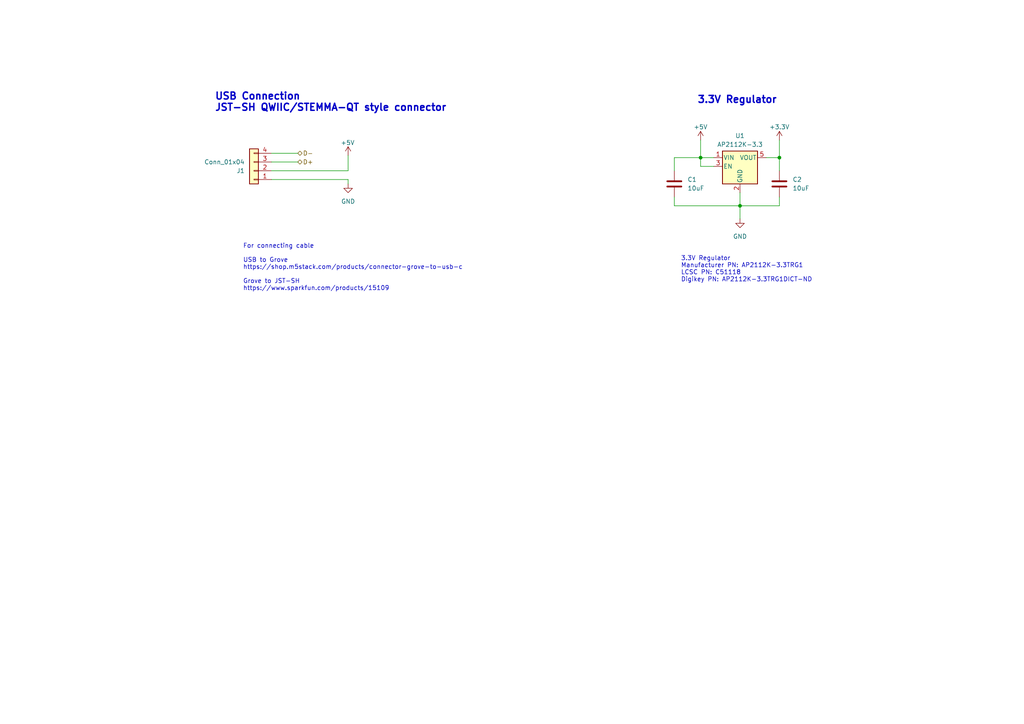
<source format=kicad_sch>
(kicad_sch (version 20250114) (generator "eeschema") (generator_version "9.0")
  (paper "A4")
  (lib_symbols
    (symbol "Connector_Generic:Conn_01x04" (pin_names (offset 1.016) (hide yes))
      (property "Reference" "J" (at 0 5.08 0))
      (property "Value" "Conn_01x04" (at 0 -7.62 0))
      (symbol "Conn_01x04_1_1"
        (rectangle (start -1.27 3.81) (end 1.27 -6.35) (stroke (width 0.254)) (fill (type background)))
        (rectangle (start -1.27 2.667) (end 0 2.413) (stroke (width 0.1524)))
        (rectangle (start -1.27 0.127) (end 0 -0.127) (stroke (width 0.1524)))
        (rectangle (start -1.27 -2.413) (end 0 -2.667) (stroke (width 0.1524)))
        (rectangle (start -1.27 -4.953) (end 0 -5.207) (stroke (width 0.1524)))
        (pin passive line (at -5.08 2.54 0) (length 3.81) (name "Pin_1") (number "1"))
        (pin passive line (at -5.08 0 0) (length 3.81) (name "Pin_2") (number "2"))
        (pin passive line (at -5.08 -2.54 0) (length 3.81) (name "Pin_3") (number "3"))
        (pin passive line (at -5.08 -5.08 0) (length 3.81) (name "Pin_4") (number "4"))
      )
    )
    (symbol "Device:C" (pin_numbers (hide yes)) (pin_names (offset 0.254))
      (property "Reference" "C" (at 0.635 2.54 0))
      (property "Value" "C" (at 0.635 -2.54 0))
      (symbol "C_0_1"
        (polyline (pts (xy -2.032 0.762) (xy 2.032 0.762)) (stroke (width 0.508)))
        (polyline (pts (xy -2.032 -0.762) (xy 2.032 -0.762)) (stroke (width 0.508)))
      )
      (symbol "C_1_1"
        (pin passive line (at 0 3.81 270) (length 2.794) (name "~") (number "1"))
        (pin passive line (at 0 -3.81 90) (length 2.794) (name "~") (number "2"))
      )
    )
    (symbol "Regulator_Linear:AP2112K-3.3" (pin_names (offset 0.254))
      (property "Reference" "U" (at -5.08 5.715 0))
      (property "Value" "AP2112K-3.3" (at 0 5.715 0))
      (symbol "AP2112K-3.3_0_1"
        (rectangle (start -5.08 4.445) (end 5.08 -5.08) (stroke (width 0.254)) (fill (type background)))
      )
      (symbol "AP2112K-3.3_1_1"
        (pin power_in line (at -7.62 2.54 0) (length 2.54) (name "VIN") (number "1"))
        (pin input line (at -7.62 0 0) (length 2.54) (name "EN") (number "3"))
        (pin power_in line (at 0 -7.62 90) (length 2.54) (name "GND") (number "2"))
        (pin no_connect line (at 5.08 0 180) (length 2.54) (hide yes) (name "NC") (number "4"))
        (pin power_out line (at 7.62 2.54 180) (length 2.54) (name "VOUT") (number "5"))
      )
    )
    (symbol "power:+3.3V" (power) (pin_names (offset 0))
      (property "Value" "+3.3V" (at 0 3.556 0))
      (symbol "+3.3V_0_1"
        (polyline (pts (xy -0.762 1.27) (xy 0 2.54)))
        (polyline (pts (xy 0 2.54) (xy 0.762 1.27)))
        (polyline (pts (xy 0 0) (xy 0 2.54)))
      )
      (symbol "+3.3V_1_1"
        (pin power_in line (at 0 0 90) (length 0) (hide yes) (name "+3.3V") (number "1"))
      )
    )
    (symbol "power:+5V" (power) (pin_names (offset 0))
      (property "Value" "+5V" (at 0 3.556 0))
      (symbol "+5V_0_1"
        (polyline (pts (xy -0.762 1.27) (xy 0 2.54)))
        (polyline (pts (xy 0 2.54) (xy 0.762 1.27)))
        (polyline (pts (xy 0 0) (xy 0 2.54)))
      )
      (symbol "+5V_1_1"
        (pin power_in line (at 0 0 90) (length 0) (hide yes) (name "+5V") (number "1"))
      )
    )
    (symbol "power:GND" (power) (pin_names (offset 0))
      (property "Value" "GND" (at 0 -3.81 0))
      (symbol "GND_0_1"
        (polyline (pts (xy 0 0) (xy 0 -1.27) (xy 1.27 -1.27) (xy 0 -2.54) (xy -1.27 -1.27) (xy 0 -1.27)))
      )
      (symbol "GND_1_1"
        (pin power_in line (at 0 0 270) (length 0) (hide yes) (name "GND") (number "1"))
      )
    )
  )
  (text "3.3V Regulator" (at 202.184 30.226 0) (effects (font (size 2.032 2.032) (thickness 0.4064) (bold yes)) (justify left bottom)))
  (text "For connecting cable\n\nUSB to Grove \nhttps://shop.m5stack.com/products/connector-grove-to-usb-c\n\nGrove to JST-SH \nhttps://www.sparkfun.com/products/15109" (at 70.485 84.455 0) (effects (font (size 1.27 1.27)) (justify left bottom)))
  (text "USB Connection\nJST-SH QWIIC/STEMMA-QT style connector" (at 62.23 32.512 0) (effects (font (size 2.032 2.032) (thickness 0.4064) (bold yes)) (justify left bottom)))
  (text "3.3V Regulator\nManufacturer PN: AP2112K-3.3TRG1\nLCSC PN: C51118\nDigikey PN: AP2112K-3.3TRG1DICT-ND " (at 197.485 81.915 0) (effects (font (size 1.27 1.27)) (justify left bottom)))
  (junction (at 214.63 59.69))
  (junction (at 203.2 45.72))
  (junction (at 226.06 45.72))
  (wire (pts (xy 195.58 45.72) (xy 195.58 49.53)))
  (wire (pts (xy 207.01 48.26) (xy 203.2 48.26)))
  (wire (pts (xy 203.2 45.72) (xy 195.58 45.72)))
  (wire (pts (xy 226.06 40.64) (xy 226.06 45.72)))
  (wire (pts (xy 78.74 44.45) (xy 86.36 44.45)))
  (wire (pts (xy 207.01 45.72) (xy 203.2 45.72)))
  (wire (pts (xy 203.2 40.64) (xy 203.2 45.72)))
  (wire (pts (xy 195.58 59.69) (xy 214.63 59.69)))
  (wire (pts (xy 78.74 49.53) (xy 100.965 49.53)))
  (wire (pts (xy 100.965 52.07) (xy 100.965 53.34)))
  (wire (pts (xy 100.965 45.085) (xy 100.965 49.53)))
  (wire (pts (xy 78.74 46.99) (xy 86.36 46.99)))
  (wire (pts (xy 226.06 45.72) (xy 226.06 49.53)))
  (wire (pts (xy 226.06 59.69) (xy 214.63 59.69)))
  (wire (pts (xy 214.63 59.69) (xy 214.63 55.88)))
  (wire (pts (xy 78.74 52.07) (xy 100.965 52.07)))
  (wire (pts (xy 222.25 45.72) (xy 226.06 45.72)))
  (wire (pts (xy 214.63 59.69) (xy 214.63 63.5)))
  (wire (pts (xy 226.06 57.15) (xy 226.06 59.69)))
  (wire (pts (xy 195.58 57.15) (xy 195.58 59.69)))
  (wire (pts (xy 203.2 48.26) (xy 203.2 45.72)))
  (hierarchical_label "D-" (shape bidirectional) (at 86.36 44.45 0))
  (hierarchical_label "D+" (shape bidirectional) (at 86.36 46.99 0))
  (symbol (lib_id "power:GND") (at 100.965 53.34 0) (unit 1)
    (property "Reference" "#PWR077" (effects (hide yes)))
    (property "Value" "GND" (at 100.965 58.42 0))
  )
  (symbol (lib_id "power:+3.3V") (at 226.06 40.64 0) (mirror y) (unit 1)
    (property "Reference" "#PWR075" (effects (hide yes)))
    (property "Value" "+3.3V" (at 226.06 36.83 0))
  )
  (symbol (lib_id "power:+5V") (at 100.965 45.085 0) (unit 1)
    (property "Reference" "#PWR018" (effects (hide yes)))
    (property "Value" "+5V" (at 100.838 41.402 0))
  )
  (symbol (lib_id "power:+5V") (at 203.2 40.64 0) (unit 1)
    (property "Reference" "#PWR074" (effects (hide yes)))
    (property "Value" "+5V" (at 203.2 36.83 0))
  )
  (symbol (lib_id "Device:C") (at 195.58 53.34 0) (unit 1)
    (property "Reference" "C1" (at 199.39 52.07 0) (effects (justify left)))
    (property "Value" "10uF" (at 199.39 54.61 0) (effects (justify left)))
    (property "Footprint" "panel_custom:C_0402_1005Metric" (effects (hide yes)))
  )
  (symbol (lib_id "Connector_Generic:Conn_01x04") (at 73.66 49.53 180) (unit 1)
    (property "Reference" "J1" (at 70.993 49.53 0) (effects (justify left)))
    (property "Value" "Conn_01x04" (at 70.993 46.99 0) (effects (justify left)))
    (property "Footprint" "panel_custom:JST_SH_SM04B-SRSS-TB_1x04-1MP_P1.00mm_Horizontal" (effects (hide yes)))
  )
  (symbol (lib_id "Device:C") (at 226.06 53.34 0) (unit 1)
    (property "Reference" "C2" (at 229.87 52.07 0) (effects (justify left)))
    (property "Value" "10uF" (at 229.87 54.61 0) (effects (justify left)))
    (property "Footprint" "panel_custom:C_0402_1005Metric" (effects (hide yes)))
  )
  (symbol (lib_id "Regulator_Linear:AP2112K-3.3") (at 214.63 48.26 0) (unit 1)
    (property "Reference" "U1" (at 214.63 39.37 0))
    (property "Value" "AP2112K-3.3" (at 214.63 41.91 0))
    (property "Footprint" "Package_TO_SOT_SMD:SOT-23-5" (effects (hide yes)))
    (property "Datasheet" "https://www.diodes.com/assets/Datasheets/AP2112.pdf" (effects (hide yes)))
  )
  (symbol (lib_id "power:GND") (at 214.63 63.5 0) (unit 1)
    (property "Reference" "#PWR076" (effects (hide yes)))
    (property "Value" "GND" (at 214.63 68.58 0))
  )
)
</source>
